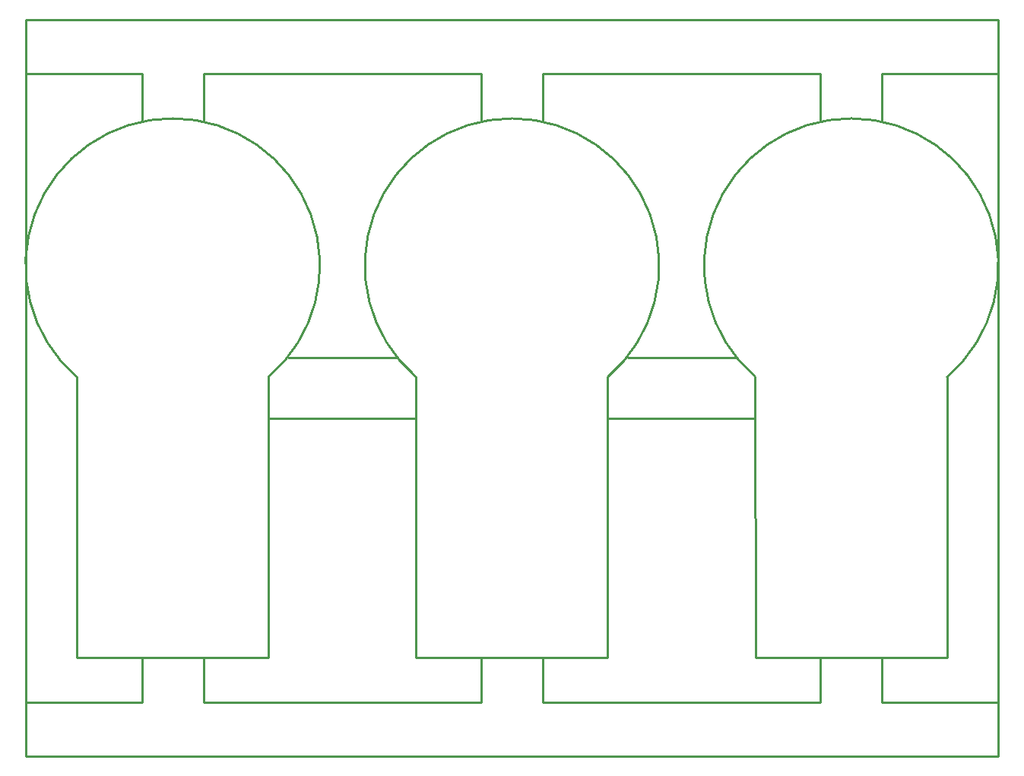
<source format=gko>
G04 Layer: BoardOutlineLayer*
G04 Panelize: Stamp Hole, Column: 3, Row: 1, Board Size: 32.78mm x 60.14mm, Panelized Board Size: 108.35mm x 60.14mm*
G04 EasyEDA v6.5.42, 2024-02-25 13:01:32*
G04 b3e2e6fb8f204fb0a1d4e493a2091a1c,d07ef30ec77949ce8e11233ba57d236c,10*
G04 Gerber Generator version 0.2*
G04 Scale: 100 percent, Rotated: No, Reflected: No *
G04 Dimensions in millimeters *
G04 leading zeros omitted , absolute positions ,4 integer and 5 decimal *
%FSLAX45Y45*%
%MOMM*%

%ADD10C,0.2540*%
D10*
X846998Y4504903D02*
G01*
X850900Y1371600D01*
X2984512Y1371600D01*
X2984500Y4495800D01*
G75*
G01*
X2984513Y4501683D02*
G03*
X847166Y4504903I-1066801J1244599D01*
X4625466Y4504903D02*
G01*
X4629368Y1371600D01*
X6762981Y1371600D01*
X6762968Y4495800D01*
G75*
G01*
X6762981Y4501683D02*
G03*
X4625635Y4504903I-1066800J1244599D01*
X8403935Y4504903D02*
G01*
X8407836Y1371600D01*
X10541449Y1371600D01*
X10541436Y4495800D01*
G75*
G01*
X10541450Y4501683D02*
G03*
X8404103Y4504903I-1066801J1244599D01*
X278482Y8485519D02*
G01*
X11113861Y8485519D01*
X11113861Y271602D01*
X278482Y271602D01*
X278482Y8485519D01*
X1575706Y7885521D02*
G01*
X278483Y7885521D01*
X1575706Y871601D02*
G01*
X278483Y871601D01*
X5354165Y7885521D02*
G01*
X2259716Y7885521D01*
X5354165Y871601D02*
G01*
X2259716Y871601D01*
X9132625Y7885521D02*
G01*
X6038174Y7885521D01*
X9132625Y871601D02*
G01*
X6038174Y871601D01*
X11113861Y7885521D02*
G01*
X9816635Y7885521D01*
X11113861Y871601D02*
G01*
X9816635Y871601D01*
X4408335Y4720564D02*
G01*
X3205548Y4720564D01*
X4616874Y4036555D02*
G01*
X2993669Y4036555D01*
X8186794Y4720564D02*
G01*
X6984007Y4720564D01*
X8395333Y4036555D02*
G01*
X6772128Y4036555D01*
X1575706Y7358611D02*
G01*
X1575706Y7885521D01*
X1575706Y871601D02*
G01*
X1575706Y1362433D01*
X2259716Y7358611D02*
G01*
X2259716Y7885521D01*
X2259716Y871601D02*
G01*
X2259716Y1362433D01*
X5354165Y7358611D02*
G01*
X5354165Y7885521D01*
X5354165Y871601D02*
G01*
X5354165Y1362433D01*
X6038174Y7358611D02*
G01*
X6038174Y7885521D01*
X6038174Y871601D02*
G01*
X6038174Y1362433D01*
X9132625Y7358611D02*
G01*
X9132625Y7885521D01*
X9132625Y871601D02*
G01*
X9132625Y1362433D01*
X9816635Y7358611D02*
G01*
X9816635Y7885521D01*
X9816635Y871601D02*
G01*
X9816635Y1362433D01*

%LPD*%
M02*

</source>
